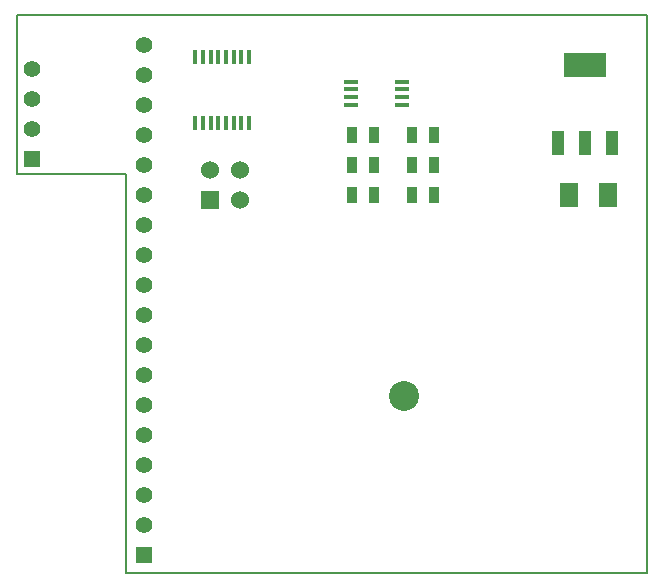
<source format=gts>
G04 (created by PCBNEW (2012-nov-02)-testing) date Mon 13 May 2013 11:36:40 AM CDT*
%MOIN*%
G04 Gerber Fmt 3.4, Leading zero omitted, Abs format*
%FSLAX34Y34*%
G01*
G70*
G90*
G04 APERTURE LIST*
%ADD10C,0.006*%
%ADD11C,0.00590551*%
%ADD12R,0.015X0.05*%
%ADD13R,0.144X0.08*%
%ADD14R,0.04X0.08*%
%ADD15R,0.06X0.08*%
%ADD16R,0.035X0.055*%
%ADD17R,0.055X0.055*%
%ADD18C,0.055*%
%ADD19R,0.06X0.06*%
%ADD20C,0.06*%
%ADD21R,0.05X0.015*%
%ADD22C,0.1*%
G04 APERTURE END LIST*
G54D10*
G54D11*
X95850Y-48350D02*
X95850Y-66950D01*
X74850Y-48350D02*
X74850Y-53650D01*
X95850Y-48350D02*
X74850Y-48350D01*
X78500Y-66950D02*
X95850Y-66950D01*
X78500Y-53650D02*
X78500Y-66950D01*
X74850Y-53650D02*
X78500Y-53650D01*
G54D12*
X80804Y-51952D03*
X81060Y-51952D03*
X81316Y-51952D03*
X81572Y-51952D03*
X81828Y-51952D03*
X82084Y-51952D03*
X82340Y-51952D03*
X82596Y-51952D03*
X82596Y-49748D03*
X82340Y-49748D03*
X82084Y-49748D03*
X81828Y-49748D03*
X81572Y-49748D03*
X81316Y-49748D03*
X81060Y-49748D03*
X80804Y-49748D03*
G54D13*
X93800Y-50000D03*
G54D14*
X93800Y-52600D03*
X94700Y-52600D03*
X92900Y-52600D03*
G54D15*
X93250Y-54350D03*
X94550Y-54350D03*
G54D16*
X86775Y-54350D03*
X86025Y-54350D03*
X86775Y-53350D03*
X86025Y-53350D03*
X86775Y-52350D03*
X86025Y-52350D03*
X88775Y-54350D03*
X88025Y-54350D03*
X88775Y-53350D03*
X88025Y-53350D03*
X88775Y-52350D03*
X88025Y-52350D03*
G54D17*
X75350Y-53150D03*
G54D18*
X75350Y-52150D03*
X75350Y-51150D03*
X75350Y-50150D03*
G54D17*
X79100Y-66350D03*
G54D18*
X79100Y-65350D03*
X79100Y-64350D03*
X79100Y-63350D03*
X79100Y-62350D03*
X79100Y-61350D03*
X79100Y-60350D03*
X79100Y-59350D03*
X79100Y-58350D03*
X79100Y-57350D03*
X79100Y-56350D03*
X79100Y-55350D03*
X79100Y-54350D03*
X79100Y-53350D03*
X79100Y-52350D03*
X79100Y-51350D03*
X79100Y-50350D03*
X79100Y-49350D03*
G54D19*
X81300Y-54500D03*
G54D20*
X81300Y-53500D03*
X82300Y-54500D03*
X82300Y-53500D03*
G54D21*
X86000Y-50566D03*
X86000Y-50822D03*
X86000Y-51078D03*
X86000Y-51334D03*
X87700Y-51334D03*
X87700Y-51078D03*
X87700Y-50822D03*
X87700Y-50566D03*
G54D22*
X87750Y-61050D03*
M02*

</source>
